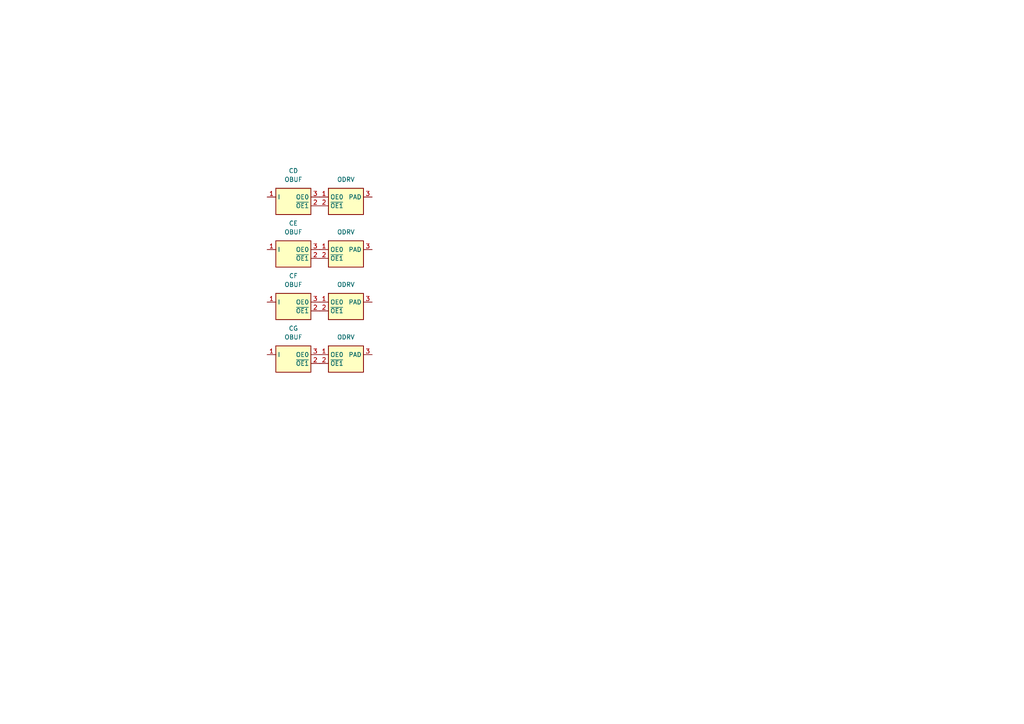
<source format=kicad_sch>
(kicad_sch (version 20211123) (generator eeschema)
  (paper "A4")
  (lib_symbols
    (symbol "MBC1B:OBUF"
      (property "Reference" "U" (at 0 6.35 0))
      (property "Value" "OBUF" (at 0 3.81 0))
      (symbol "OBUF_0_1"
        (rectangle (start -5.08 2.54) (end 5.08 -5.08) (stroke (width 0.254)) (fill (type background)))
      )
      (symbol "OBUF_1_0"
        (pin input line (at -7.62 0 0) (length 2.54) (name "I") (number "1"))
        (pin output line (at 7.62 -2.54 180) (length 2.54) (name "~{OE1}") (number "2"))
        (pin output line (at 7.62 0 180) (length 2.54) (name "OE0") (number "3"))
      )
    )
    (symbol "MBC1B:ODRV"
      (property "Value" "ODRV" (at 0 3.81 0))
      (symbol "ODRV_0_1"
        (rectangle (start -5.08 2.54) (end 5.08 -5.08) (stroke (width 0.254)) (fill (type background)))
      )
      (symbol "ODRV_1_0"
        (pin input line (at -7.62 0 0) (length 2.54) (name "OE0") (number "1"))
        (pin input line (at -7.62 -2.54 0) (length 2.54) (name "~{OE1}") (number "2"))
        (pin output line (at 7.62 0 180) (length 2.54) (name "PAD") (number "3"))
      )
    )
  )
  (symbol (lib_id "MBC1B:ODRV") (at 100.33 57.15 0) (unit 1)
    (property "Reference" "U?" (effects hide))
    (property "Value" "ODRV" (at 100.33 52.07 0))
  )
  (symbol (lib_id "MBC1B:ODRV") (at 100.33 87.63 0) (unit 1)
    (property "Reference" "U?" (effects hide))
    (property "Value" "ODRV" (at 100.33 82.55 0))
  )
  (symbol (lib_id "MBC1B:ODRV") (at 100.33 72.39 0) (unit 1)
    (property "Reference" "U?" (effects hide))
    (property "Value" "ODRV" (at 100.33 67.31 0))
  )
  (symbol (lib_id "MBC1B:OBUF") (at 85.09 102.87 0) (unit 1)
    (property "Reference" "CG" (at 85.09 95.25 0))
    (property "Value" "OBUF" (at 85.09 97.79 0))
  )
  (symbol (lib_id "MBC1B:ODRV") (at 100.33 102.87 0) (unit 1)
    (property "Reference" "U?" (effects hide))
    (property "Value" "ODRV" (at 100.33 97.79 0))
  )
  (symbol (lib_id "MBC1B:OBUF") (at 85.09 72.39 0) (unit 1)
    (property "Reference" "CE" (at 85.09 64.77 0))
    (property "Value" "OBUF" (at 85.09 67.31 0))
  )
  (symbol (lib_id "MBC1B:OBUF") (at 85.09 87.63 0) (unit 1)
    (property "Reference" "CF" (at 85.09 80.01 0))
    (property "Value" "OBUF" (at 85.09 82.55 0))
  )
  (symbol (lib_id "MBC1B:OBUF") (at 85.09 57.15 0) (unit 1)
    (property "Reference" "CD" (at 85.09 49.53 0))
    (property "Value" "OBUF" (at 85.09 52.07 0))
  )
)
</source>
